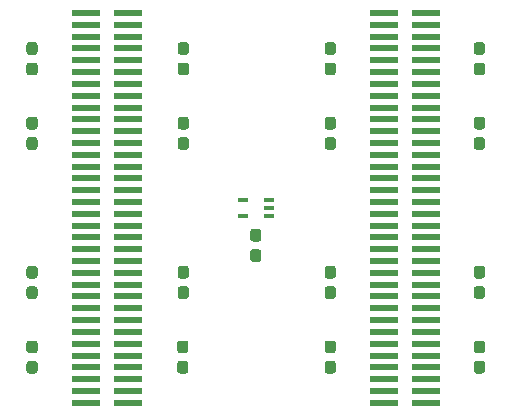
<source format=gbr>
%TF.GenerationSoftware,KiCad,Pcbnew,(5.1.9-0-10_14)*%
%TF.CreationDate,2021-05-13T13:45:13-04:00*%
%TF.ProjectId,SiPM_Board_RevB,5369504d-5f42-46f6-9172-645f52657642,rev?*%
%TF.SameCoordinates,Original*%
%TF.FileFunction,Soldermask,Bot*%
%TF.FilePolarity,Negative*%
%FSLAX46Y46*%
G04 Gerber Fmt 4.6, Leading zero omitted, Abs format (unit mm)*
G04 Created by KiCad (PCBNEW (5.1.9-0-10_14)) date 2021-05-13 13:45:13*
%MOMM*%
%LPD*%
G01*
G04 APERTURE LIST*
%ADD10R,2.413000X0.558800*%
%ADD11R,0.900000X0.400000*%
G04 APERTURE END LIST*
D10*
%TO.C,J2*%
X160852000Y-116502634D03*
X164408000Y-116502634D03*
X160852000Y-115502636D03*
X164408000Y-115502636D03*
X160852000Y-114502638D03*
X164408000Y-114502638D03*
X160852000Y-113502640D03*
X164408000Y-113502640D03*
X160852000Y-112502642D03*
X164408000Y-112502642D03*
X160852000Y-111502644D03*
X164408000Y-111502644D03*
X160852000Y-110502646D03*
X164408000Y-110502646D03*
X160852000Y-109502648D03*
X164408000Y-109502648D03*
X160852000Y-108502650D03*
X164408000Y-108502650D03*
X160852000Y-107502652D03*
X164408000Y-107502652D03*
X160852000Y-106502654D03*
X164408000Y-106502654D03*
X160852000Y-105502656D03*
X164408000Y-105502656D03*
X160852000Y-104502658D03*
X164408000Y-104502658D03*
X160852000Y-103502660D03*
X164408000Y-103502660D03*
X160852000Y-102502662D03*
X164408000Y-102502662D03*
X160852000Y-101502664D03*
X164408000Y-101502664D03*
X160852000Y-100502666D03*
X164408000Y-100502666D03*
X160852000Y-99502668D03*
X164408000Y-99502668D03*
X160852000Y-98502670D03*
X164408000Y-98502670D03*
X160852000Y-97502672D03*
X164408000Y-97502672D03*
X160852000Y-96502674D03*
X164408000Y-96502674D03*
X160852000Y-95502676D03*
X164408000Y-95502676D03*
X160852000Y-94502678D03*
X164408000Y-94502678D03*
X160852000Y-93502680D03*
X164408000Y-93502680D03*
X160852000Y-92502682D03*
X164408000Y-92502682D03*
X160852000Y-91502684D03*
X164408000Y-91502684D03*
X160852000Y-90502686D03*
X164408000Y-90502686D03*
X160852000Y-89502688D03*
X164408000Y-89502688D03*
X160852000Y-88502690D03*
X164408000Y-88502690D03*
X160852000Y-87502692D03*
X164408000Y-87502692D03*
X160852000Y-86502694D03*
X164408000Y-86502694D03*
X160852000Y-85502696D03*
X164408000Y-85502696D03*
X160852000Y-84502698D03*
X164408000Y-84502698D03*
X164408000Y-83502700D03*
X160852000Y-83502700D03*
%TD*%
D11*
%TO.C,U1*%
X148900000Y-100650000D03*
X151100000Y-100000000D03*
X148900180Y-99344680D03*
X151100000Y-100650000D03*
X151100000Y-99350000D03*
%TD*%
D10*
%TO.C,J1*%
X135592000Y-83502700D03*
X139148000Y-83502700D03*
X139148000Y-84502698D03*
X135592000Y-84502698D03*
X139148000Y-85502696D03*
X135592000Y-85502696D03*
X139148000Y-86502694D03*
X135592000Y-86502694D03*
X139148000Y-87502692D03*
X135592000Y-87502692D03*
X139148000Y-88502690D03*
X135592000Y-88502690D03*
X139148000Y-89502688D03*
X135592000Y-89502688D03*
X139148000Y-90502686D03*
X135592000Y-90502686D03*
X139148000Y-91502684D03*
X135592000Y-91502684D03*
X139148000Y-92502682D03*
X135592000Y-92502682D03*
X139148000Y-93502680D03*
X135592000Y-93502680D03*
X139148000Y-94502678D03*
X135592000Y-94502678D03*
X139148000Y-95502676D03*
X135592000Y-95502676D03*
X139148000Y-96502674D03*
X135592000Y-96502674D03*
X139148000Y-97502672D03*
X135592000Y-97502672D03*
X139148000Y-98502670D03*
X135592000Y-98502670D03*
X139148000Y-99502668D03*
X135592000Y-99502668D03*
X139148000Y-100502666D03*
X135592000Y-100502666D03*
X139148000Y-101502664D03*
X135592000Y-101502664D03*
X139148000Y-102502662D03*
X135592000Y-102502662D03*
X139148000Y-103502660D03*
X135592000Y-103502660D03*
X139148000Y-104502658D03*
X135592000Y-104502658D03*
X139148000Y-105502656D03*
X135592000Y-105502656D03*
X139148000Y-106502654D03*
X135592000Y-106502654D03*
X139148000Y-107502652D03*
X135592000Y-107502652D03*
X139148000Y-108502650D03*
X135592000Y-108502650D03*
X139148000Y-109502648D03*
X135592000Y-109502648D03*
X139148000Y-110502646D03*
X135592000Y-110502646D03*
X139148000Y-111502644D03*
X135592000Y-111502644D03*
X139148000Y-112502642D03*
X135592000Y-112502642D03*
X139148000Y-113502640D03*
X135592000Y-113502640D03*
X139148000Y-114502638D03*
X135592000Y-114502638D03*
X139148000Y-115502636D03*
X135592000Y-115502636D03*
X139148000Y-116502634D03*
X135592000Y-116502634D03*
%TD*%
%TO.C,C15*%
G36*
G01*
X156072500Y-111230000D02*
X156547500Y-111230000D01*
G75*
G02*
X156785000Y-111467500I0J-237500D01*
G01*
X156785000Y-112067500D01*
G75*
G02*
X156547500Y-112305000I-237500J0D01*
G01*
X156072500Y-112305000D01*
G75*
G02*
X155835000Y-112067500I0J237500D01*
G01*
X155835000Y-111467500D01*
G75*
G02*
X156072500Y-111230000I237500J0D01*
G01*
G37*
G36*
G01*
X156072500Y-112955000D02*
X156547500Y-112955000D01*
G75*
G02*
X156785000Y-113192500I0J-237500D01*
G01*
X156785000Y-113792500D01*
G75*
G02*
X156547500Y-114030000I-237500J0D01*
G01*
X156072500Y-114030000D01*
G75*
G02*
X155835000Y-113792500I0J237500D01*
G01*
X155835000Y-113192500D01*
G75*
G02*
X156072500Y-112955000I237500J0D01*
G01*
G37*
%TD*%
%TO.C,C9*%
G36*
G01*
X149762500Y-103505000D02*
X150237500Y-103505000D01*
G75*
G02*
X150475000Y-103742500I0J-237500D01*
G01*
X150475000Y-104342500D01*
G75*
G02*
X150237500Y-104580000I-237500J0D01*
G01*
X149762500Y-104580000D01*
G75*
G02*
X149525000Y-104342500I0J237500D01*
G01*
X149525000Y-103742500D01*
G75*
G02*
X149762500Y-103505000I237500J0D01*
G01*
G37*
G36*
G01*
X149762500Y-101780000D02*
X150237500Y-101780000D01*
G75*
G02*
X150475000Y-102017500I0J-237500D01*
G01*
X150475000Y-102617500D01*
G75*
G02*
X150237500Y-102855000I-237500J0D01*
G01*
X149762500Y-102855000D01*
G75*
G02*
X149525000Y-102617500I0J237500D01*
G01*
X149525000Y-102017500D01*
G75*
G02*
X149762500Y-101780000I237500J0D01*
G01*
G37*
%TD*%
%TO.C,C5*%
G36*
G01*
X130822500Y-87695000D02*
X131297500Y-87695000D01*
G75*
G02*
X131535000Y-87932500I0J-237500D01*
G01*
X131535000Y-88532500D01*
G75*
G02*
X131297500Y-88770000I-237500J0D01*
G01*
X130822500Y-88770000D01*
G75*
G02*
X130585000Y-88532500I0J237500D01*
G01*
X130585000Y-87932500D01*
G75*
G02*
X130822500Y-87695000I237500J0D01*
G01*
G37*
G36*
G01*
X130822500Y-85970000D02*
X131297500Y-85970000D01*
G75*
G02*
X131535000Y-86207500I0J-237500D01*
G01*
X131535000Y-86807500D01*
G75*
G02*
X131297500Y-87045000I-237500J0D01*
G01*
X130822500Y-87045000D01*
G75*
G02*
X130585000Y-86807500I0J237500D01*
G01*
X130585000Y-86207500D01*
G75*
G02*
X130822500Y-85970000I237500J0D01*
G01*
G37*
%TD*%
%TO.C,C7*%
G36*
G01*
X143632500Y-85970000D02*
X144107500Y-85970000D01*
G75*
G02*
X144345000Y-86207500I0J-237500D01*
G01*
X144345000Y-86807500D01*
G75*
G02*
X144107500Y-87045000I-237500J0D01*
G01*
X143632500Y-87045000D01*
G75*
G02*
X143395000Y-86807500I0J237500D01*
G01*
X143395000Y-86207500D01*
G75*
G02*
X143632500Y-85970000I237500J0D01*
G01*
G37*
G36*
G01*
X143632500Y-87695000D02*
X144107500Y-87695000D01*
G75*
G02*
X144345000Y-87932500I0J-237500D01*
G01*
X144345000Y-88532500D01*
G75*
G02*
X144107500Y-88770000I-237500J0D01*
G01*
X143632500Y-88770000D01*
G75*
G02*
X143395000Y-88532500I0J237500D01*
G01*
X143395000Y-87932500D01*
G75*
G02*
X143632500Y-87695000I237500J0D01*
G01*
G37*
%TD*%
%TO.C,C6*%
G36*
G01*
X130822500Y-112955000D02*
X131297500Y-112955000D01*
G75*
G02*
X131535000Y-113192500I0J-237500D01*
G01*
X131535000Y-113792500D01*
G75*
G02*
X131297500Y-114030000I-237500J0D01*
G01*
X130822500Y-114030000D01*
G75*
G02*
X130585000Y-113792500I0J237500D01*
G01*
X130585000Y-113192500D01*
G75*
G02*
X130822500Y-112955000I237500J0D01*
G01*
G37*
G36*
G01*
X130822500Y-111230000D02*
X131297500Y-111230000D01*
G75*
G02*
X131535000Y-111467500I0J-237500D01*
G01*
X131535000Y-112067500D01*
G75*
G02*
X131297500Y-112305000I-237500J0D01*
G01*
X130822500Y-112305000D01*
G75*
G02*
X130585000Y-112067500I0J237500D01*
G01*
X130585000Y-111467500D01*
G75*
G02*
X130822500Y-111230000I237500J0D01*
G01*
G37*
%TD*%
%TO.C,C8*%
G36*
G01*
X143582500Y-111230000D02*
X144057500Y-111230000D01*
G75*
G02*
X144295000Y-111467500I0J-237500D01*
G01*
X144295000Y-112067500D01*
G75*
G02*
X144057500Y-112305000I-237500J0D01*
G01*
X143582500Y-112305000D01*
G75*
G02*
X143345000Y-112067500I0J237500D01*
G01*
X143345000Y-111467500D01*
G75*
G02*
X143582500Y-111230000I237500J0D01*
G01*
G37*
G36*
G01*
X143582500Y-112955000D02*
X144057500Y-112955000D01*
G75*
G02*
X144295000Y-113192500I0J-237500D01*
G01*
X144295000Y-113792500D01*
G75*
G02*
X144057500Y-114030000I-237500J0D01*
G01*
X143582500Y-114030000D01*
G75*
G02*
X143345000Y-113792500I0J237500D01*
G01*
X143345000Y-113192500D01*
G75*
G02*
X143582500Y-112955000I237500J0D01*
G01*
G37*
%TD*%
%TO.C,C14*%
G36*
G01*
X156072500Y-87695000D02*
X156547500Y-87695000D01*
G75*
G02*
X156785000Y-87932500I0J-237500D01*
G01*
X156785000Y-88532500D01*
G75*
G02*
X156547500Y-88770000I-237500J0D01*
G01*
X156072500Y-88770000D01*
G75*
G02*
X155835000Y-88532500I0J237500D01*
G01*
X155835000Y-87932500D01*
G75*
G02*
X156072500Y-87695000I237500J0D01*
G01*
G37*
G36*
G01*
X156072500Y-85970000D02*
X156547500Y-85970000D01*
G75*
G02*
X156785000Y-86207500I0J-237500D01*
G01*
X156785000Y-86807500D01*
G75*
G02*
X156547500Y-87045000I-237500J0D01*
G01*
X156072500Y-87045000D01*
G75*
G02*
X155835000Y-86807500I0J237500D01*
G01*
X155835000Y-86207500D01*
G75*
G02*
X156072500Y-85970000I237500J0D01*
G01*
G37*
%TD*%
%TO.C,C16*%
G36*
G01*
X168702500Y-85970000D02*
X169177500Y-85970000D01*
G75*
G02*
X169415000Y-86207500I0J-237500D01*
G01*
X169415000Y-86807500D01*
G75*
G02*
X169177500Y-87045000I-237500J0D01*
G01*
X168702500Y-87045000D01*
G75*
G02*
X168465000Y-86807500I0J237500D01*
G01*
X168465000Y-86207500D01*
G75*
G02*
X168702500Y-85970000I237500J0D01*
G01*
G37*
G36*
G01*
X168702500Y-87695000D02*
X169177500Y-87695000D01*
G75*
G02*
X169415000Y-87932500I0J-237500D01*
G01*
X169415000Y-88532500D01*
G75*
G02*
X169177500Y-88770000I-237500J0D01*
G01*
X168702500Y-88770000D01*
G75*
G02*
X168465000Y-88532500I0J237500D01*
G01*
X168465000Y-87932500D01*
G75*
G02*
X168702500Y-87695000I237500J0D01*
G01*
G37*
%TD*%
%TO.C,C17*%
G36*
G01*
X168702500Y-112955000D02*
X169177500Y-112955000D01*
G75*
G02*
X169415000Y-113192500I0J-237500D01*
G01*
X169415000Y-113792500D01*
G75*
G02*
X169177500Y-114030000I-237500J0D01*
G01*
X168702500Y-114030000D01*
G75*
G02*
X168465000Y-113792500I0J237500D01*
G01*
X168465000Y-113192500D01*
G75*
G02*
X168702500Y-112955000I237500J0D01*
G01*
G37*
G36*
G01*
X168702500Y-111230000D02*
X169177500Y-111230000D01*
G75*
G02*
X169415000Y-111467500I0J-237500D01*
G01*
X169415000Y-112067500D01*
G75*
G02*
X169177500Y-112305000I-237500J0D01*
G01*
X168702500Y-112305000D01*
G75*
G02*
X168465000Y-112067500I0J237500D01*
G01*
X168465000Y-111467500D01*
G75*
G02*
X168702500Y-111230000I237500J0D01*
G01*
G37*
%TD*%
%TO.C,C1*%
G36*
G01*
X130822500Y-94015000D02*
X131297500Y-94015000D01*
G75*
G02*
X131535000Y-94252500I0J-237500D01*
G01*
X131535000Y-94852500D01*
G75*
G02*
X131297500Y-95090000I-237500J0D01*
G01*
X130822500Y-95090000D01*
G75*
G02*
X130585000Y-94852500I0J237500D01*
G01*
X130585000Y-94252500D01*
G75*
G02*
X130822500Y-94015000I237500J0D01*
G01*
G37*
G36*
G01*
X130822500Y-92290000D02*
X131297500Y-92290000D01*
G75*
G02*
X131535000Y-92527500I0J-237500D01*
G01*
X131535000Y-93127500D01*
G75*
G02*
X131297500Y-93365000I-237500J0D01*
G01*
X130822500Y-93365000D01*
G75*
G02*
X130585000Y-93127500I0J237500D01*
G01*
X130585000Y-92527500D01*
G75*
G02*
X130822500Y-92290000I237500J0D01*
G01*
G37*
%TD*%
%TO.C,C3*%
G36*
G01*
X143632500Y-92290000D02*
X144107500Y-92290000D01*
G75*
G02*
X144345000Y-92527500I0J-237500D01*
G01*
X144345000Y-93127500D01*
G75*
G02*
X144107500Y-93365000I-237500J0D01*
G01*
X143632500Y-93365000D01*
G75*
G02*
X143395000Y-93127500I0J237500D01*
G01*
X143395000Y-92527500D01*
G75*
G02*
X143632500Y-92290000I237500J0D01*
G01*
G37*
G36*
G01*
X143632500Y-94015000D02*
X144107500Y-94015000D01*
G75*
G02*
X144345000Y-94252500I0J-237500D01*
G01*
X144345000Y-94852500D01*
G75*
G02*
X144107500Y-95090000I-237500J0D01*
G01*
X143632500Y-95090000D01*
G75*
G02*
X143395000Y-94852500I0J237500D01*
G01*
X143395000Y-94252500D01*
G75*
G02*
X143632500Y-94015000I237500J0D01*
G01*
G37*
%TD*%
%TO.C,C2*%
G36*
G01*
X130822500Y-106635000D02*
X131297500Y-106635000D01*
G75*
G02*
X131535000Y-106872500I0J-237500D01*
G01*
X131535000Y-107472500D01*
G75*
G02*
X131297500Y-107710000I-237500J0D01*
G01*
X130822500Y-107710000D01*
G75*
G02*
X130585000Y-107472500I0J237500D01*
G01*
X130585000Y-106872500D01*
G75*
G02*
X130822500Y-106635000I237500J0D01*
G01*
G37*
G36*
G01*
X130822500Y-104910000D02*
X131297500Y-104910000D01*
G75*
G02*
X131535000Y-105147500I0J-237500D01*
G01*
X131535000Y-105747500D01*
G75*
G02*
X131297500Y-105985000I-237500J0D01*
G01*
X130822500Y-105985000D01*
G75*
G02*
X130585000Y-105747500I0J237500D01*
G01*
X130585000Y-105147500D01*
G75*
G02*
X130822500Y-104910000I237500J0D01*
G01*
G37*
%TD*%
%TO.C,C4*%
G36*
G01*
X143632500Y-104910000D02*
X144107500Y-104910000D01*
G75*
G02*
X144345000Y-105147500I0J-237500D01*
G01*
X144345000Y-105747500D01*
G75*
G02*
X144107500Y-105985000I-237500J0D01*
G01*
X143632500Y-105985000D01*
G75*
G02*
X143395000Y-105747500I0J237500D01*
G01*
X143395000Y-105147500D01*
G75*
G02*
X143632500Y-104910000I237500J0D01*
G01*
G37*
G36*
G01*
X143632500Y-106635000D02*
X144107500Y-106635000D01*
G75*
G02*
X144345000Y-106872500I0J-237500D01*
G01*
X144345000Y-107472500D01*
G75*
G02*
X144107500Y-107710000I-237500J0D01*
G01*
X143632500Y-107710000D01*
G75*
G02*
X143395000Y-107472500I0J237500D01*
G01*
X143395000Y-106872500D01*
G75*
G02*
X143632500Y-106635000I237500J0D01*
G01*
G37*
%TD*%
%TO.C,C10*%
G36*
G01*
X156072500Y-94015000D02*
X156547500Y-94015000D01*
G75*
G02*
X156785000Y-94252500I0J-237500D01*
G01*
X156785000Y-94852500D01*
G75*
G02*
X156547500Y-95090000I-237500J0D01*
G01*
X156072500Y-95090000D01*
G75*
G02*
X155835000Y-94852500I0J237500D01*
G01*
X155835000Y-94252500D01*
G75*
G02*
X156072500Y-94015000I237500J0D01*
G01*
G37*
G36*
G01*
X156072500Y-92290000D02*
X156547500Y-92290000D01*
G75*
G02*
X156785000Y-92527500I0J-237500D01*
G01*
X156785000Y-93127500D01*
G75*
G02*
X156547500Y-93365000I-237500J0D01*
G01*
X156072500Y-93365000D01*
G75*
G02*
X155835000Y-93127500I0J237500D01*
G01*
X155835000Y-92527500D01*
G75*
G02*
X156072500Y-92290000I237500J0D01*
G01*
G37*
%TD*%
%TO.C,C12*%
G36*
G01*
X168702500Y-92290000D02*
X169177500Y-92290000D01*
G75*
G02*
X169415000Y-92527500I0J-237500D01*
G01*
X169415000Y-93127500D01*
G75*
G02*
X169177500Y-93365000I-237500J0D01*
G01*
X168702500Y-93365000D01*
G75*
G02*
X168465000Y-93127500I0J237500D01*
G01*
X168465000Y-92527500D01*
G75*
G02*
X168702500Y-92290000I237500J0D01*
G01*
G37*
G36*
G01*
X168702500Y-94015000D02*
X169177500Y-94015000D01*
G75*
G02*
X169415000Y-94252500I0J-237500D01*
G01*
X169415000Y-94852500D01*
G75*
G02*
X169177500Y-95090000I-237500J0D01*
G01*
X168702500Y-95090000D01*
G75*
G02*
X168465000Y-94852500I0J237500D01*
G01*
X168465000Y-94252500D01*
G75*
G02*
X168702500Y-94015000I237500J0D01*
G01*
G37*
%TD*%
%TO.C,C11*%
G36*
G01*
X156072500Y-106635000D02*
X156547500Y-106635000D01*
G75*
G02*
X156785000Y-106872500I0J-237500D01*
G01*
X156785000Y-107472500D01*
G75*
G02*
X156547500Y-107710000I-237500J0D01*
G01*
X156072500Y-107710000D01*
G75*
G02*
X155835000Y-107472500I0J237500D01*
G01*
X155835000Y-106872500D01*
G75*
G02*
X156072500Y-106635000I237500J0D01*
G01*
G37*
G36*
G01*
X156072500Y-104910000D02*
X156547500Y-104910000D01*
G75*
G02*
X156785000Y-105147500I0J-237500D01*
G01*
X156785000Y-105747500D01*
G75*
G02*
X156547500Y-105985000I-237500J0D01*
G01*
X156072500Y-105985000D01*
G75*
G02*
X155835000Y-105747500I0J237500D01*
G01*
X155835000Y-105147500D01*
G75*
G02*
X156072500Y-104910000I237500J0D01*
G01*
G37*
%TD*%
%TO.C,C13*%
G36*
G01*
X168702500Y-104910000D02*
X169177500Y-104910000D01*
G75*
G02*
X169415000Y-105147500I0J-237500D01*
G01*
X169415000Y-105747500D01*
G75*
G02*
X169177500Y-105985000I-237500J0D01*
G01*
X168702500Y-105985000D01*
G75*
G02*
X168465000Y-105747500I0J237500D01*
G01*
X168465000Y-105147500D01*
G75*
G02*
X168702500Y-104910000I237500J0D01*
G01*
G37*
G36*
G01*
X168702500Y-106635000D02*
X169177500Y-106635000D01*
G75*
G02*
X169415000Y-106872500I0J-237500D01*
G01*
X169415000Y-107472500D01*
G75*
G02*
X169177500Y-107710000I-237500J0D01*
G01*
X168702500Y-107710000D01*
G75*
G02*
X168465000Y-107472500I0J237500D01*
G01*
X168465000Y-106872500D01*
G75*
G02*
X168702500Y-106635000I237500J0D01*
G01*
G37*
%TD*%
M02*

</source>
